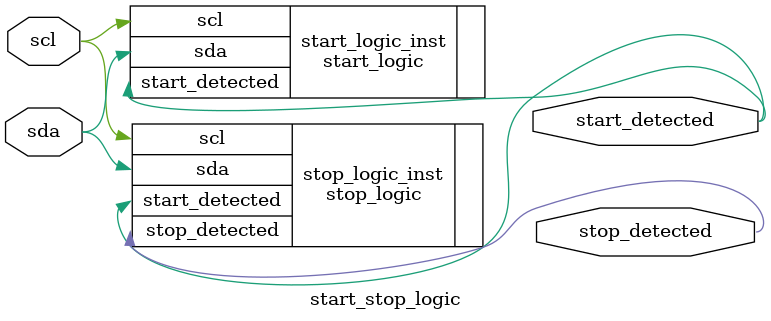
<source format=v>
module start_stop_logic (
    scl,
    sda,
    start_detected,
    stop_detected
);
    input scl;
    input sda;
    output start_detected;
    output stop_detected;
    start_logic start_logic_inst(
        .scl            (scl),
        .sda            (sda),
        .start_detected (start_detected)
    );
    stop_logic stop_logic_inst(
        .scl            (scl),
        .sda            (sda),
        .start_detected (start_detected),
        .stop_detected  (stop_detected)
    );
endmodule
</source>
